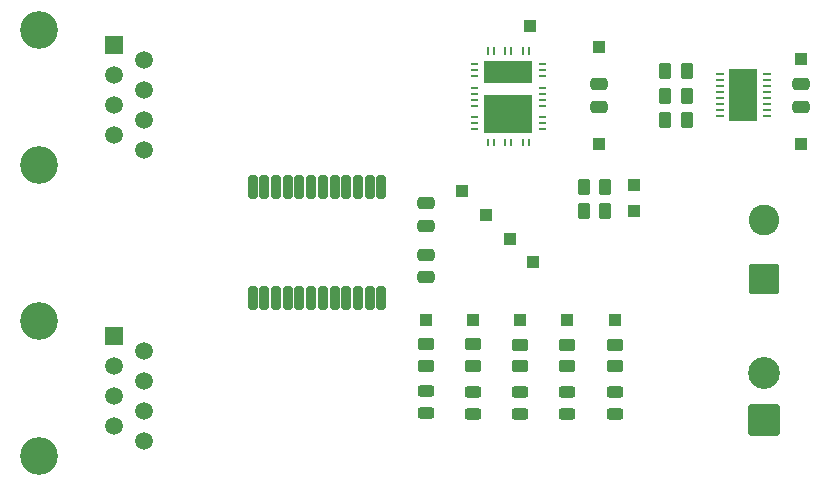
<source format=gbr>
%TF.GenerationSoftware,KiCad,Pcbnew,9.0.0*%
%TF.CreationDate,2025-04-03T15:52:47+03:00*%
%TF.ProjectId,poe splitter,706f6520-7370-46c6-9974-7465722e6b69,rev?*%
%TF.SameCoordinates,Original*%
%TF.FileFunction,Soldermask,Top*%
%TF.FilePolarity,Negative*%
%FSLAX46Y46*%
G04 Gerber Fmt 4.6, Leading zero omitted, Abs format (unit mm)*
G04 Created by KiCad (PCBNEW 9.0.0) date 2025-04-03 15:52:47*
%MOMM*%
%LPD*%
G01*
G04 APERTURE LIST*
G04 Aperture macros list*
%AMRoundRect*
0 Rectangle with rounded corners*
0 $1 Rounding radius*
0 $2 $3 $4 $5 $6 $7 $8 $9 X,Y pos of 4 corners*
0 Add a 4 corners polygon primitive as box body*
4,1,4,$2,$3,$4,$5,$6,$7,$8,$9,$2,$3,0*
0 Add four circle primitives for the rounded corners*
1,1,$1+$1,$2,$3*
1,1,$1+$1,$4,$5*
1,1,$1+$1,$6,$7*
1,1,$1+$1,$8,$9*
0 Add four rect primitives between the rounded corners*
20,1,$1+$1,$2,$3,$4,$5,0*
20,1,$1+$1,$4,$5,$6,$7,0*
20,1,$1+$1,$6,$7,$8,$9,0*
20,1,$1+$1,$8,$9,$2,$3,0*%
%AMOutline4P*
0 Free polygon, 4 corners , with rotation*
0 The origin of the aperture is its center*
0 number of corners: always 4*
0 $1 to $8 corner X, Y*
0 $9 Rotation angle, in degrees counterclockwise*
0 create outline with 4 corners*
4,1,4,$1,$2,$3,$4,$5,$6,$7,$8,$1,$2,$9*%
G04 Aperture macros list end*
%ADD10RoundRect,0.250000X-0.475000X0.250000X-0.475000X-0.250000X0.475000X-0.250000X0.475000X0.250000X0*%
%ADD11R,1.000000X1.000000*%
%ADD12RoundRect,0.250000X0.262500X0.450000X-0.262500X0.450000X-0.262500X-0.450000X0.262500X-0.450000X0*%
%ADD13RoundRect,0.250001X1.099999X-1.099999X1.099999X1.099999X-1.099999X1.099999X-1.099999X-1.099999X0*%
%ADD14C,2.700000*%
%ADD15RoundRect,0.195000X-0.195000X0.805000X-0.195000X-0.805000X0.195000X-0.805000X0.195000X0.805000X0*%
%ADD16RoundRect,0.250000X0.450000X-0.262500X0.450000X0.262500X-0.450000X0.262500X-0.450000X-0.262500X0*%
%ADD17RoundRect,0.243750X-0.456250X0.243750X-0.456250X-0.243750X0.456250X-0.243750X0.456250X0.243750X0*%
%ADD18R,0.560000X0.280000*%
%ADD19C,0.280000*%
%ADD20R,0.280000X0.560000*%
%ADD21C,0.600000*%
%ADD22R,4.060000X1.980000*%
%ADD23R,4.060000X3.250000*%
%ADD24C,3.200000*%
%ADD25R,1.500000X1.500000*%
%ADD26C,1.500000*%
%ADD27RoundRect,0.250000X-0.262500X-0.450000X0.262500X-0.450000X0.262500X0.450000X-0.262500X0.450000X0*%
%ADD28RoundRect,0.250000X1.050000X-1.050000X1.050000X1.050000X-1.050000X1.050000X-1.050000X-1.050000X0*%
%ADD29C,2.600000*%
%ADD30RoundRect,0.125000X-0.275000X-0.000010X0.275000X-0.000010X0.275000X0.000010X-0.275000X0.000010X0*%
%ADD31C,0.500000*%
%ADD32Outline4P,-1.225000X-2.175000X1.225000X-2.175000X1.225000X2.175000X-1.225000X2.175000X0.000000*%
%ADD33Outline4P,-0.450000X-0.925000X0.450000X-0.925000X0.450000X0.925000X-0.450000X0.925000X0.000000*%
%ADD34RoundRect,0.250000X0.475000X-0.250000X0.475000X0.250000X-0.475000X0.250000X-0.475000X-0.250000X0*%
G04 APERTURE END LIST*
D10*
%TO.C,C1*%
X116600000Y-58050000D03*
X116600000Y-59950000D03*
%TD*%
D11*
%TO.C,TP11*%
X105900000Y-77977500D03*
%TD*%
D12*
%TO.C,R4*%
X124012500Y-59000000D03*
X122187500Y-59000000D03*
%TD*%
D13*
%TO.C,J4*%
X130550000Y-86457500D03*
D14*
X130550000Y-82497500D03*
%TD*%
D15*
%TO.C,TR2*%
X98140000Y-66750000D03*
X97150000Y-66750000D03*
X96160000Y-66750000D03*
X95170000Y-66750000D03*
X94180000Y-66750000D03*
X93190000Y-66750000D03*
X92200000Y-66750000D03*
X91210000Y-66750000D03*
X90220000Y-66750000D03*
X89230000Y-66750000D03*
X88240000Y-66750000D03*
X87250000Y-66750000D03*
X87250000Y-76150000D03*
X88240000Y-76150000D03*
X89230000Y-76150000D03*
X90220000Y-76150000D03*
X91210000Y-76150000D03*
X92200000Y-76150000D03*
X93190000Y-76150000D03*
X94180000Y-76150000D03*
X95170000Y-76150000D03*
X96160000Y-76150000D03*
X97150000Y-76150000D03*
X98140000Y-76150000D03*
%TD*%
D16*
%TO.C,R7*%
X105900000Y-81890000D03*
X105900000Y-80065000D03*
%TD*%
D10*
%TO.C,C4*%
X133700000Y-58050000D03*
X133700000Y-59950000D03*
%TD*%
D17*
%TO.C,D3*%
X109900000Y-84062500D03*
X109900000Y-85937500D03*
%TD*%
D11*
%TO.C,TP12*%
X109900000Y-78000000D03*
%TD*%
D18*
%TO.C,U1*%
X105980000Y-56350000D03*
D19*
X106260000Y-56350000D03*
D18*
X105980000Y-56850000D03*
D19*
X106260000Y-56850000D03*
D18*
X105980000Y-57350000D03*
D19*
X106260000Y-57350000D03*
D18*
X105980000Y-58350000D03*
D19*
X106260000Y-58350000D03*
D18*
X105980000Y-58850000D03*
D19*
X106260000Y-58850000D03*
D18*
X105980000Y-59350000D03*
D19*
X106260000Y-59350000D03*
D18*
X105980000Y-59850000D03*
D19*
X106260000Y-59850000D03*
D18*
X105980000Y-60850000D03*
D19*
X106260000Y-60850000D03*
D18*
X105980000Y-61350000D03*
D19*
X106260000Y-61350000D03*
D18*
X105980000Y-61850000D03*
D19*
X106260000Y-61850000D03*
X107150000Y-62745000D03*
D20*
X107150000Y-63025000D03*
D19*
X107650000Y-62745000D03*
D20*
X107650000Y-63025000D03*
D19*
X108650000Y-62745000D03*
D20*
X108650000Y-63025000D03*
D19*
X109150000Y-62745000D03*
D20*
X109150000Y-63025000D03*
D19*
X110150000Y-62745000D03*
D20*
X110150000Y-63025000D03*
D19*
X110650000Y-62745000D03*
D20*
X110650000Y-63025000D03*
D19*
X111540000Y-61850000D03*
D18*
X111820000Y-61850000D03*
D19*
X111540000Y-61350000D03*
D18*
X111820000Y-61350000D03*
D19*
X111540000Y-60850000D03*
D18*
X111820000Y-60850000D03*
D19*
X111540000Y-59850000D03*
D18*
X111820000Y-59850000D03*
D19*
X111540000Y-59350000D03*
D18*
X111820000Y-59350000D03*
D19*
X111540000Y-58850000D03*
D18*
X111820000Y-58850000D03*
D19*
X111540000Y-58350000D03*
D18*
X111820000Y-58350000D03*
D19*
X111540000Y-57350000D03*
D18*
X111820000Y-57350000D03*
D19*
X111540000Y-56850000D03*
D18*
X111820000Y-56850000D03*
D19*
X111540000Y-56350000D03*
D18*
X111820000Y-56350000D03*
D20*
X110650000Y-55175000D03*
D19*
X110650000Y-55455000D03*
D20*
X110150000Y-55175000D03*
D19*
X110150000Y-55455000D03*
D20*
X109150000Y-55175000D03*
D19*
X109150000Y-55455000D03*
D20*
X108650000Y-55175000D03*
D19*
X108650000Y-55455000D03*
D20*
X107650000Y-55175000D03*
D19*
X107650000Y-55455000D03*
D20*
X107150000Y-55175000D03*
D19*
X107150000Y-55455000D03*
D21*
X107220000Y-56480000D03*
X107220000Y-57600000D03*
X108340000Y-56480000D03*
X108340000Y-57600000D03*
D22*
X108900000Y-57040000D03*
D21*
X109460000Y-56480000D03*
X109460000Y-57600000D03*
X110580000Y-56480000D03*
X110580000Y-57600000D03*
X107220000Y-59405000D03*
X107220000Y-60525000D03*
X107220000Y-61645000D03*
X108340000Y-59405000D03*
X108340000Y-60525000D03*
X108340000Y-61645000D03*
D23*
X108900000Y-60525000D03*
D21*
X109460000Y-59405000D03*
X109460000Y-60525000D03*
X109460000Y-61645000D03*
X110580000Y-59405000D03*
X110580000Y-60525000D03*
X110580000Y-61645000D03*
%TD*%
D24*
%TO.C,J1*%
X69130000Y-53445000D03*
X69130000Y-64875000D03*
D25*
X75480000Y-54715000D03*
D26*
X78020000Y-55985000D03*
X75480000Y-57255000D03*
X78020000Y-58525000D03*
X75480000Y-59795000D03*
X78020000Y-61065000D03*
X75480000Y-62335000D03*
X78020000Y-63605000D03*
%TD*%
D17*
%TO.C,D4*%
X113900000Y-84062500D03*
X113900000Y-85937500D03*
%TD*%
D12*
%TO.C,R2*%
X117112500Y-68800000D03*
X115287500Y-68800000D03*
%TD*%
D17*
%TO.C,D2*%
X105900000Y-84062500D03*
X105900000Y-85937500D03*
%TD*%
D11*
%TO.C,TP10*%
X101900000Y-77977500D03*
%TD*%
D24*
%TO.C,J2*%
X69130000Y-78125000D03*
X69130000Y-89555000D03*
D25*
X75480000Y-79395000D03*
D26*
X78020000Y-80665000D03*
X75480000Y-81935000D03*
X78020000Y-83205000D03*
X75480000Y-84475000D03*
X78020000Y-85745000D03*
X75480000Y-87015000D03*
X78020000Y-88285000D03*
%TD*%
D27*
%TO.C,R3*%
X115287500Y-66700000D03*
X117112500Y-66700000D03*
%TD*%
D16*
%TO.C,R8*%
X109900000Y-81912500D03*
X109900000Y-80087500D03*
%TD*%
%TO.C,R6*%
X101900000Y-81890000D03*
X101900000Y-80065000D03*
%TD*%
D11*
%TO.C,TP7*%
X111000000Y-73100000D03*
%TD*%
D28*
%TO.C,J3*%
X130572500Y-74500000D03*
D29*
X130572500Y-69500000D03*
%TD*%
D11*
%TO.C,TP3*%
X133700000Y-55900000D03*
%TD*%
%TO.C,TP9*%
X133700000Y-63100000D03*
%TD*%
D17*
%TO.C,D5*%
X117900000Y-84062500D03*
X117900000Y-85937500D03*
%TD*%
D11*
%TO.C,TP15*%
X110700000Y-53100000D03*
%TD*%
D17*
%TO.C,D1*%
X101900000Y-84040000D03*
X101900000Y-85915000D03*
%TD*%
D11*
%TO.C,TP5*%
X107000000Y-69100000D03*
%TD*%
D27*
%TO.C,R5*%
X122187500Y-61100000D03*
X124012500Y-61100000D03*
%TD*%
D30*
%TO.C,U2*%
X126780000Y-57190000D03*
X126780000Y-57690000D03*
X126780000Y-58190000D03*
X126780000Y-58690000D03*
X126780000Y-59190000D03*
X126780000Y-59690000D03*
X126780000Y-60190000D03*
D31*
X128000000Y-57380000D03*
X128000000Y-58160000D03*
X128000000Y-58940000D03*
X128000000Y-59720000D03*
X128000000Y-60500000D03*
X128780000Y-57380000D03*
X128780000Y-58160000D03*
X128780000Y-58940000D03*
D32*
X128780000Y-58940000D03*
D31*
X128780000Y-59720000D03*
X128780000Y-60500000D03*
X129560000Y-57380000D03*
X129560000Y-58160000D03*
X129560000Y-58940000D03*
X129560000Y-59720000D03*
X129560000Y-60500000D03*
D30*
X126780000Y-60690000D03*
X130780000Y-60690000D03*
X130780000Y-60190000D03*
X130780000Y-59690000D03*
X130780000Y-59190000D03*
X130780000Y-58690000D03*
X130780000Y-58190000D03*
X130780000Y-57690000D03*
X130780000Y-57190000D03*
D33*
X128105000Y-57790000D03*
X128105000Y-60090000D03*
X128105000Y-60090000D03*
X129455000Y-57790000D03*
X129455000Y-60090000D03*
X129455000Y-60090000D03*
%TD*%
D27*
%TO.C,R1*%
X122187500Y-56900000D03*
X124012500Y-56900000D03*
%TD*%
D34*
%TO.C,C3*%
X101900000Y-74400000D03*
X101900000Y-72500000D03*
%TD*%
%TO.C,C2*%
X101900000Y-70000000D03*
X101900000Y-68100000D03*
%TD*%
D11*
%TO.C,TP16*%
X119500000Y-66600000D03*
%TD*%
%TO.C,TP8*%
X119500000Y-68800000D03*
%TD*%
%TO.C,TP6*%
X109000000Y-71100000D03*
%TD*%
%TO.C,TP1*%
X116600000Y-54900000D03*
%TD*%
%TO.C,TP13*%
X113900000Y-78000000D03*
%TD*%
D16*
%TO.C,R10*%
X117900000Y-81912500D03*
X117900000Y-80087500D03*
%TD*%
D11*
%TO.C,TP2*%
X116600000Y-63100000D03*
%TD*%
D16*
%TO.C,R9*%
X113900000Y-81912500D03*
X113900000Y-80087500D03*
%TD*%
D11*
%TO.C,TP14*%
X117900000Y-78000000D03*
%TD*%
%TO.C,TP4*%
X105000000Y-67100000D03*
%TD*%
M02*

</source>
